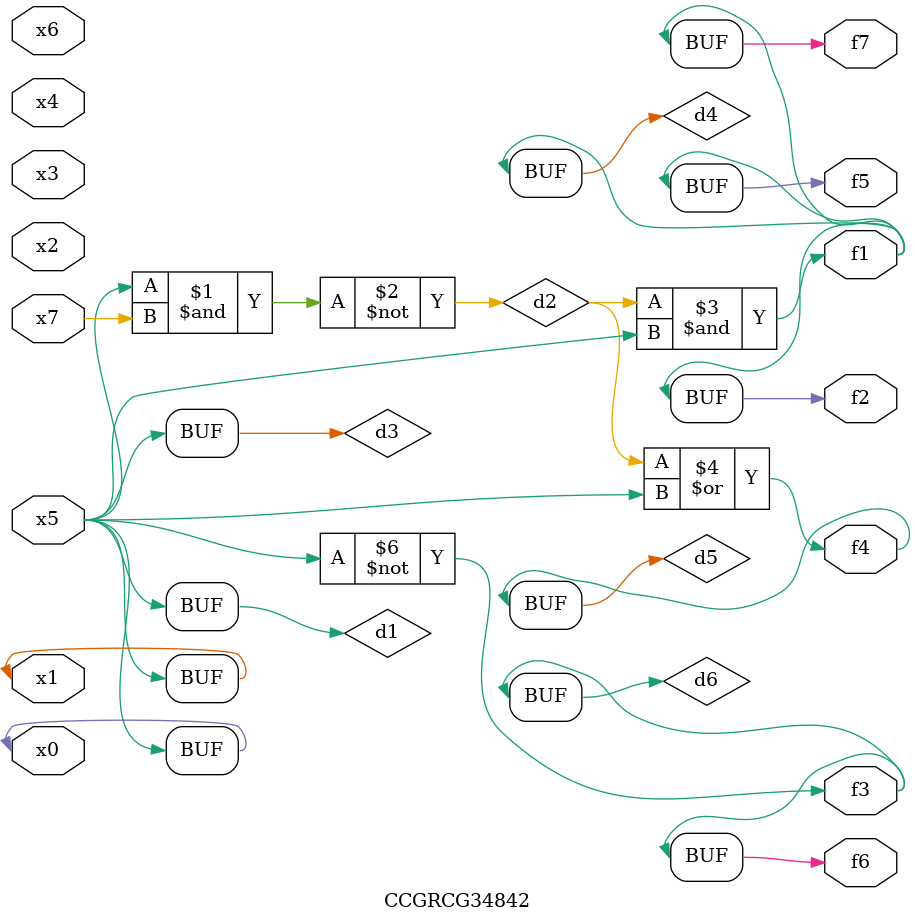
<source format=v>
module CCGRCG34842(
	input x0, x1, x2, x3, x4, x5, x6, x7,
	output f1, f2, f3, f4, f5, f6, f7
);

	wire d1, d2, d3, d4, d5, d6;

	buf (d1, x0, x5);
	nand (d2, x5, x7);
	buf (d3, x0, x1);
	and (d4, d2, d3);
	or (d5, d2, d3);
	nor (d6, d1, d3);
	assign f1 = d4;
	assign f2 = d4;
	assign f3 = d6;
	assign f4 = d5;
	assign f5 = d4;
	assign f6 = d6;
	assign f7 = d4;
endmodule

</source>
